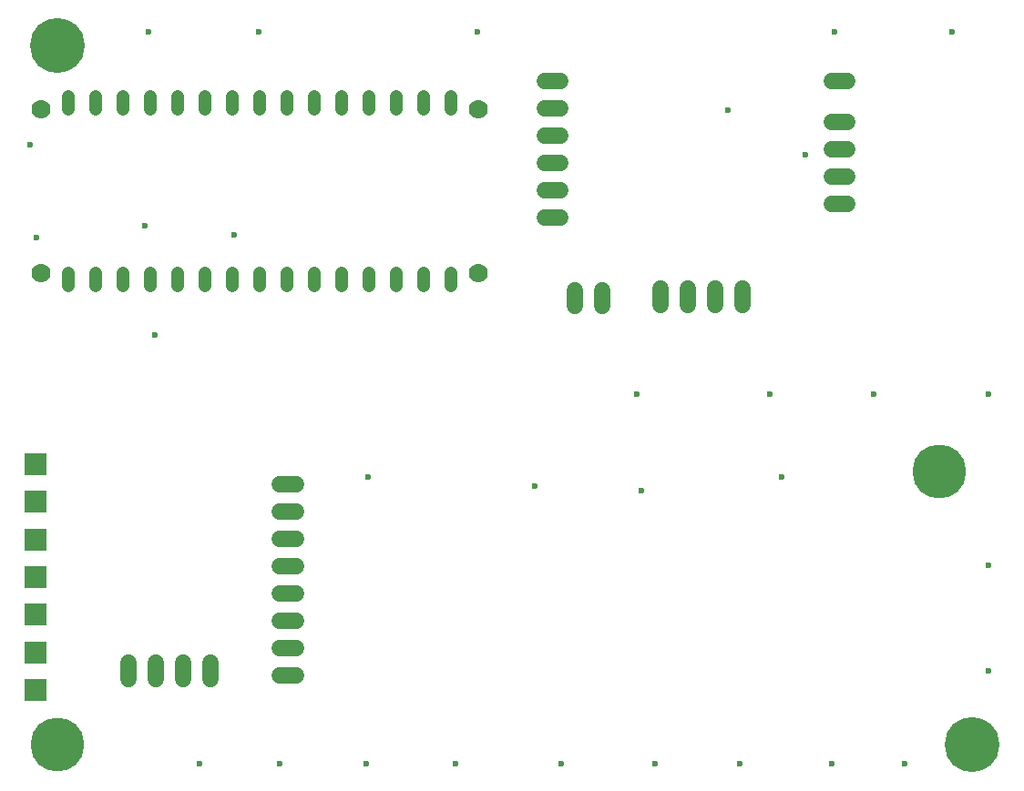
<source format=gbr>
G04 EAGLE Gerber RS-274X export*
G75*
%MOMM*%
%FSLAX34Y34*%
%LPD*%
%INSoldermask Top*%
%IPPOS*%
%AMOC8*
5,1,8,0,0,1.08239X$1,22.5*%
G01*
G04 Define Apertures*
%ADD10C,5.100000*%
%ADD11C,5.000000*%
%ADD12C,1.500000*%
%ADD13C,3.000000*%
%ADD14R,2.000000X2.000000*%
%ADD15C,1.778000*%
%ADD16C,1.200000*%
%ADD17C,0.600000*%
D10*
X50000Y700000D03*
X900000Y50000D03*
D11*
X50000Y50000D03*
X868964Y304000D03*
D12*
X271451Y215888D02*
X256451Y215888D01*
X256451Y139688D02*
X271451Y139688D01*
X271451Y165088D02*
X256451Y165088D01*
X256451Y190488D02*
X271451Y190488D01*
X271451Y114288D02*
X256451Y114288D01*
X256451Y241288D02*
X271451Y241288D01*
X271451Y266688D02*
X256451Y266688D01*
X256451Y292088D02*
X271451Y292088D01*
D13*
X49801Y50388D03*
D12*
X769000Y629613D02*
X784000Y629613D01*
X784000Y604113D02*
X769000Y604113D01*
X769000Y578613D02*
X784000Y578613D01*
X784000Y553113D02*
X769000Y553113D01*
X517260Y667300D02*
X502260Y667300D01*
X502260Y641900D02*
X517260Y641900D01*
X517260Y616500D02*
X502260Y616500D01*
X502260Y591100D02*
X517260Y591100D01*
X768960Y667300D02*
X783960Y667300D01*
X517260Y565700D02*
X502260Y565700D01*
X502260Y540300D02*
X517260Y540300D01*
X635360Y474000D02*
X635360Y459000D01*
X609960Y459000D02*
X609960Y474000D01*
X686160Y474000D02*
X686160Y459000D01*
X660760Y459000D02*
X660760Y474000D01*
X556300Y473000D02*
X556300Y458000D01*
X530900Y458000D02*
X530900Y473000D01*
X191900Y126200D02*
X191900Y111200D01*
X166500Y111200D02*
X166500Y126200D01*
X141100Y126200D02*
X141100Y111200D01*
X115700Y111200D02*
X115700Y126200D01*
D14*
X29000Y136000D03*
X29000Y171000D03*
X29000Y101000D03*
X29000Y311000D03*
X29000Y276000D03*
X29000Y206000D03*
X29000Y241000D03*
D15*
X34200Y488963D03*
D16*
X59600Y488963D02*
X59600Y476963D01*
X85000Y476963D02*
X85000Y488963D01*
X110400Y488963D02*
X110400Y476963D01*
X135800Y476963D02*
X135800Y488963D01*
X161200Y488963D02*
X161200Y476963D01*
X186600Y476963D02*
X186600Y488963D01*
X212000Y488963D02*
X212000Y476963D01*
X237400Y476963D02*
X237400Y488963D01*
X262800Y488963D02*
X262800Y476963D01*
X288200Y476963D02*
X288200Y488963D01*
X313600Y488963D02*
X313600Y476963D01*
X339000Y476963D02*
X339000Y488963D01*
X364400Y488963D02*
X364400Y476963D01*
X389800Y476963D02*
X389800Y488963D01*
X415200Y488963D02*
X415200Y476963D01*
X415200Y641363D02*
X415200Y653363D01*
X389800Y653363D02*
X389800Y641363D01*
X364400Y641363D02*
X364400Y653363D01*
X339000Y653363D02*
X339000Y641363D01*
X313600Y641363D02*
X313600Y653363D01*
X288200Y653363D02*
X288200Y641363D01*
X262800Y641363D02*
X262800Y653363D01*
X237400Y653363D02*
X237400Y641363D01*
X212000Y641363D02*
X212000Y653363D01*
X186600Y653363D02*
X186600Y641363D01*
X161200Y641363D02*
X161200Y653363D01*
X135800Y653363D02*
X135800Y641363D01*
X110400Y641363D02*
X110400Y653363D01*
X85000Y653363D02*
X85000Y641363D01*
X59600Y641363D02*
X59600Y653363D01*
D15*
X34200Y641363D03*
X440600Y641363D03*
X440600Y488963D03*
D17*
X24000Y608000D03*
X30000Y522000D03*
X214000Y524000D03*
X673000Y640000D03*
X745000Y599000D03*
X182000Y32000D03*
X256000Y32000D03*
X337000Y32000D03*
X420000Y32000D03*
X518000Y32000D03*
X605000Y32000D03*
X684000Y32000D03*
X769000Y32000D03*
X837000Y32000D03*
X915000Y119000D03*
X915000Y217000D03*
X915000Y376000D03*
X134000Y713000D03*
X237000Y713000D03*
X440000Y713000D03*
X772000Y713000D03*
X881000Y713000D03*
X493000Y291000D03*
X588000Y376000D03*
X592000Y286000D03*
X712000Y376000D03*
X723000Y299000D03*
X808000Y376000D03*
X140000Y431000D03*
X338000Y299000D03*
X131000Y533000D03*
M02*

</source>
